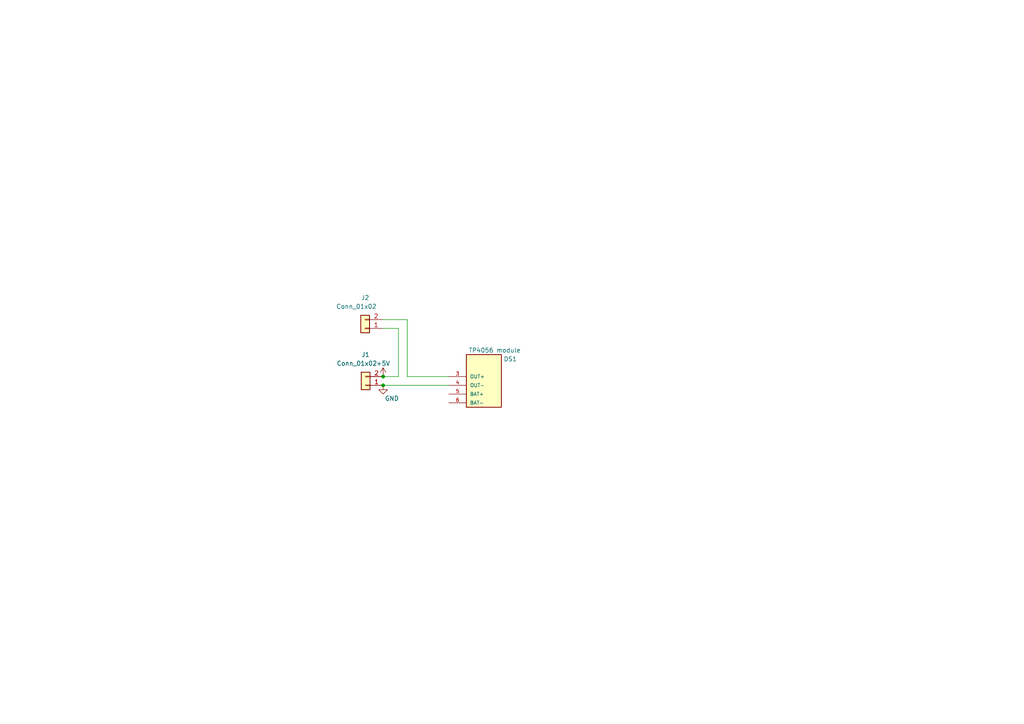
<source format=kicad_sch>
(kicad_sch (version 20230121) (generator eeschema)
  (paper "A4")
  (lib_symbols
    (symbol "Connector_Generic:Conn_01x02" (pin_names (offset 1.016) hide)
      (property "Reference" "J" (at 0 2.54 0))
      (property "Value" "Conn_01x02" (at 0 -5.08 0))
      (symbol "Conn_01x02_1_1"
        (rectangle (start -1.27 -2.413) (end 0 -2.667) (stroke (width 0.1524)))
        (rectangle (start -1.27 0.127) (end 0 -0.127) (stroke (width 0.1524)))
        (rectangle (start -1.27 1.27) (end 1.27 -3.81) (stroke (width 0.254)) (fill (type background)))
        (pin passive line (at -5.08 0 0) (length 3.81) (name "Pin_1") (number "1"))
        (pin passive line (at -5.08 -2.54 0) (length 3.81) (name "Pin_2") (number "2"))
      )
    )
    (symbol "LCD-20X4B_1" (pin_names (offset 1.016))
      (property "Reference" "DS1" (at -1.905 16.51 0))
      (property "Value" "TP4056 module" (at -12.065 19.05 0))
      (symbol "LCD-20X4B_1_0_0"
        (rectangle (start -12.7 17.78) (end -2.54 2.54) (stroke (width 0.254)) (fill (type background)))
        (pin power_in line (at -17.78 11.43 0) (length 5.08) (name "OUT+") (number "3"))
        (pin power_in line (at -17.78 8.89 0) (length 5.08) (name "OUT-") (number "4"))
        (pin power_in line (at -17.78 6.35 0) (length 5.08) (name "BAT+") (number "5"))
        (pin input line (at -17.78 3.81 0) (length 5.08) (name "BAT-") (number "6"))
      )
    )
    (symbol "power:+5V" (power) (pin_names (offset 0))
      (property "Value" "+5V" (at 0 3.556 0))
      (symbol "+5V_0_1"
        (polyline (pts (xy -0.762 1.27) (xy 0 2.54)))
        (polyline (pts (xy 0 0) (xy 0 2.54)))
        (polyline (pts (xy 0 2.54) (xy 0.762 1.27)))
      )
      (symbol "+5V_1_1"
        (pin power_in line (at 0 0 90) (length 0) hide (name "+5V") (number "1"))
      )
    )
    (symbol "power:GND" (power) (pin_names (offset 0))
      (property "Value" "GND" (at 0 -3.81 0))
      (symbol "GND_0_1"
        (polyline (pts (xy 0 0) (xy 0 -1.27) (xy 1.27 -1.27) (xy 0 -2.54) (xy -1.27 -1.27) (xy 0 -1.27)))
      )
      (symbol "GND_1_1"
        (pin power_in line (at 0 0 270) (length 0) hide (name "GND") (number "1"))
      )
    )
  )
  (junction (at 111.125 109.22))
  (junction (at 111.125 111.76))
  (wire (pts (xy 111.125 111.76) (xy 130.175 111.76)))
  (wire (pts (xy 118.11 109.22) (xy 130.175 109.22)))
  (wire (pts (xy 110.998 92.71) (xy 118.11 92.71)))
  (wire (pts (xy 110.998 95.25) (xy 115.57 95.25)))
  (wire (pts (xy 115.57 95.25) (xy 115.57 109.22)))
  (wire (pts (xy 115.57 109.22) (xy 111.125 109.22)))
  (wire (pts (xy 118.11 92.71) (xy 118.11 109.22)))
  (symbol (lib_id "power:+5V") (at 111.125 109.22 0) (unit 1)
    (property "Reference" "#PWR03" (effects hide))
    (property "Value" "+5V" (at 111.125 105.41 0))
  )
  (symbol (lib_id "Connector_Generic:Conn_01x02") (at 105.918 95.25 180) (unit 1)
    (property "Reference" "J2" (at 105.918 86.36 0))
    (property "Value" "Conn_01x02" (at 103.378 88.9 0))
    (property "Footprint" "Connector_PinHeader_2.54mm:PinHeader_1x02_P2.54mm_Vertical" (effects hide))
  )
  (symbol (lib_id "power:GND") (at 111.125 111.76 0) (unit 1)
    (property "Reference" "#PWR01" (effects hide))
    (property "Value" "GND" (at 113.665 115.57 0))
  )
  (symbol (lib_id "Connector_Generic:Conn_01x02") (at 106.045 111.76 180) (unit 1)
    (property "Reference" "J1" (at 106.045 102.87 0))
    (property "Value" "Conn_01x02" (at 103.505 105.41 0))
    (property "Footprint" "Connector_PinHeader_2.54mm:PinHeader_1x02_P2.54mm_Vertical" (effects hide))
  )
  (symbol (lib_name "LCD-20X4B_1") (lib_id "LCD-20X4B:LCD-20X4B") (at 147.955 120.65 0) (unit 1)
    (property "Reference" "DS1" (at 146.05 104.14 0) (effects (justify left)))
    (property "Value" "TP4056 module" (at 135.89 101.6 0) (effects (justify left)))
    (property "Footprint" "sam:TP4056-18650" (effects hide))
    (property "STANDARD" "Manufacturer Recommendations" (effects hide))
    (property "MAXIMUM_PACKAGE_HEIGHT" "14 mm" (effects hide))
    (property "MANUFACTURER" "Gravitech" (effects hide))
    (property "PARTREV" "N/A" (effects hide))
  )
)
</source>
